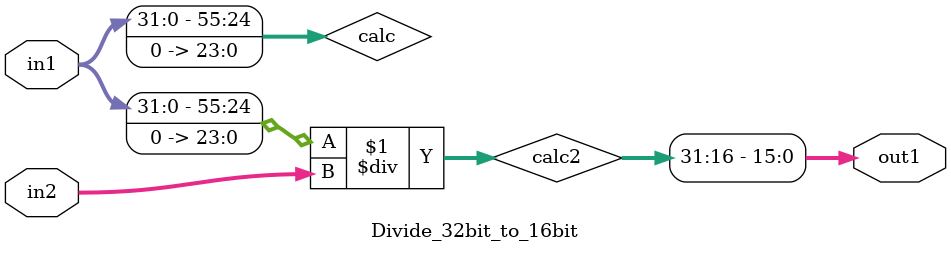
<source format=v>
`timescale 1ns / 1ps


module Divide_32bit_to_16bit(
    input signed [31:0] in1,
    input signed [31:0] in2,
    //input rst,
    output wire signed [15:0] out1
    );
    
    wire signed [55:0] calc;
    wire signed [55:0] calc2;
    
    assign calc[55:24] = in1;
    assign calc[23:0] = 24'h000000;
    assign calc2 = calc / in2;
    assign out1 = calc2[31:16];
    
    /*
    always @(posedge rst) begin
        out1 = 0;
    end
    */
endmodule

</source>
